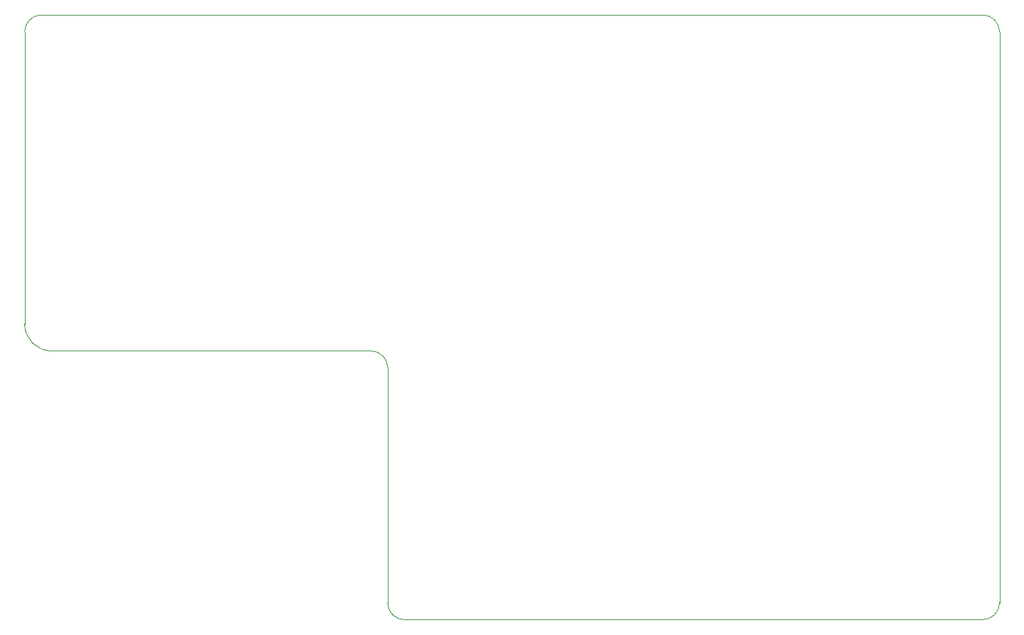
<source format=gbr>
%TF.GenerationSoftware,KiCad,Pcbnew,8.0.4-8.0.4-0~ubuntu22.04.1*%
%TF.CreationDate,2024-08-07T11:41:11-06:00*%
%TF.ProjectId,Sprinkler Controller,53707269-6e6b-46c6-9572-20436f6e7472,rev?*%
%TF.SameCoordinates,Original*%
%TF.FileFunction,Profile,NP*%
%FSLAX46Y46*%
G04 Gerber Fmt 4.6, Leading zero omitted, Abs format (unit mm)*
G04 Created by KiCad (PCBNEW 8.0.4-8.0.4-0~ubuntu22.04.1) date 2024-08-07 11:41:11*
%MOMM*%
%LPD*%
G01*
G04 APERTURE LIST*
%TA.AperFunction,Profile*%
%ADD10C,0.050000*%
%TD*%
G04 APERTURE END LIST*
D10*
X97000000Y-82000000D02*
G75*
G02*
X99000000Y-80000000I2000000J0D01*
G01*
X211000000Y-80000000D02*
G75*
G02*
X213000000Y-82000000I0J-2000000D01*
G01*
X213000000Y-150000000D02*
G75*
G02*
X211000000Y-152000000I-2000000J0D01*
G01*
X142200000Y-152000000D02*
G75*
G02*
X140200000Y-150000000I0J2000000D01*
G01*
X138200000Y-120000000D02*
G75*
G02*
X140200000Y-122000000I0J-2000000D01*
G01*
X100200000Y-120000000D02*
G75*
G02*
X97000000Y-116800000I0J3200000D01*
G01*
X155000000Y-152000000D02*
X142200000Y-152000000D01*
X140200000Y-122000000D02*
X140200000Y-150000000D01*
X100200000Y-120000000D02*
X138200000Y-120000000D01*
X99000000Y-80000000D02*
X211000000Y-80000000D01*
X97000000Y-116800000D02*
X97000000Y-82000000D01*
X213000000Y-82000000D02*
X213000000Y-150000000D01*
X211000000Y-152000000D02*
X155000000Y-152000000D01*
M02*

</source>
